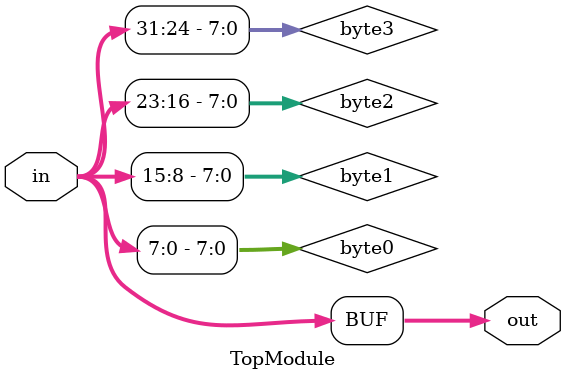
<source format=sv>

module TopModule (
  input [31:0] in,
  output [31:0] out
);

  // Internal signals to hold the reversed bytes
  wire [7:0] byte0;
  wire [7:0] byte1;
  wire [7:0] byte2;
  wire [7:0] byte3;
  wire [7:0] byte4;
  wire [7:0] byte5;
  wire [7:0] byte6;
  wire [7:0] byte7;

  // Extract individual bytes from the input
  assign byte0 = in[7:0];
  assign byte1 = in[15:8];
  assign byte2 = in[23:16];
  assign byte3 = in[31:24];

  // Construct the output with reversed byte order
  assign out = {byte3, byte2, byte1, byte0};

endmodule

// VERILOG-EVAL: errant inclusion of module definition

</source>
